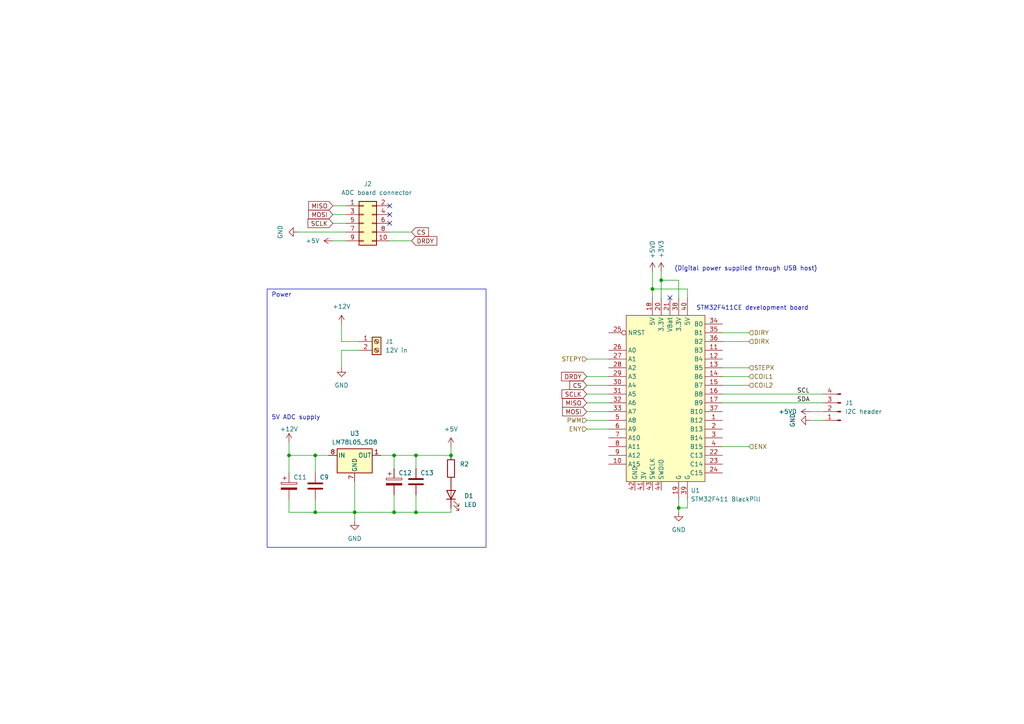
<source format=kicad_sch>
(kicad_sch (version 20230121) (generator eeschema)
  (paper "A4")
  (title_block (title "Digital "))
  (lib_symbols
    (symbol "Connector:Conn_01x04_Pin" (pin_names (offset 1.016) hide)
      (property "Reference" "J" (at 0 5.08 0))
      (property "Value" "Conn_01x04_Pin" (at 0 -7.62 0))
      (symbol "Conn_01x04_Pin_1_1"
        (polyline (pts (xy 1.27 -5.08) (xy 0.8636 -5.08)) (stroke (width 0.1524)))
        (polyline (pts (xy 1.27 -2.54) (xy 0.8636 -2.54)) (stroke (width 0.1524)))
        (polyline (pts (xy 1.27 0) (xy 0.8636 0)) (stroke (width 0.1524)))
        (polyline (pts (xy 1.27 2.54) (xy 0.8636 2.54)) (stroke (width 0.1524)))
        (rectangle (start 0.8636 -4.953) (end 0 -5.207) (stroke (width 0.1524)) (fill (type outline)))
        (rectangle (start 0.8636 -2.413) (end 0 -2.667) (stroke (width 0.1524)) (fill (type outline)))
        (rectangle (start 0.8636 0.127) (end 0 -0.127) (stroke (width 0.1524)) (fill (type outline)))
        (rectangle (start 0.8636 2.667) (end 0 2.413) (stroke (width 0.1524)) (fill (type outline)))
        (pin passive line (at 5.08 2.54 180) (length 3.81) (name "Pin_1") (number "1"))
        (pin passive line (at 5.08 0 180) (length 3.81) (name "Pin_2") (number "2"))
        (pin passive line (at 5.08 -2.54 180) (length 3.81) (name "Pin_3") (number "3"))
        (pin passive line (at 5.08 -5.08 180) (length 3.81) (name "Pin_4") (number "4"))
      )
    )
    (symbol "Connector:Screw_Terminal_01x02" (pin_names (offset 1.016) hide)
      (property "Reference" "J" (at 0 2.54 0))
      (property "Value" "Screw_Terminal_01x02" (at 0 -5.08 0))
      (symbol "Screw_Terminal_01x02_1_1"
        (rectangle (start -1.27 1.27) (end 1.27 -3.81) (stroke (width 0.254)) (fill (type background)))
        (circle (center 0 -2.54) (radius 0.635) (stroke (width 0.1524)))
        (polyline (pts (xy -0.5334 -2.2098) (xy 0.3302 -3.048)) (stroke (width 0.1524)))
        (polyline (pts (xy -0.5334 0.3302) (xy 0.3302 -0.508)) (stroke (width 0.1524)))
        (polyline (pts (xy -0.3556 -2.032) (xy 0.508 -2.8702)) (stroke (width 0.1524)))
        (polyline (pts (xy -0.3556 0.508) (xy 0.508 -0.3302)) (stroke (width 0.1524)))
        (circle (center 0 0) (radius 0.635) (stroke (width 0.1524)))
        (pin passive line (at -5.08 0 0) (length 3.81) (name "Pin_1") (number "1"))
        (pin passive line (at -5.08 -2.54 0) (length 3.81) (name "Pin_2") (number "2"))
      )
    )
    (symbol "Connector_Generic:Conn_02x05_Odd_Even" (pin_names (offset 1.016) hide)
      (property "Reference" "J" (at 1.27 7.62 0))
      (property "Value" "Conn_02x05_Odd_Even" (at 1.27 -7.62 0))
      (symbol "Conn_02x05_Odd_Even_1_1"
        (rectangle (start -1.27 -4.953) (end 0 -5.207) (stroke (width 0.1524)))
        (rectangle (start -1.27 -2.413) (end 0 -2.667) (stroke (width 0.1524)))
        (rectangle (start -1.27 0.127) (end 0 -0.127) (stroke (width 0.1524)))
        (rectangle (start -1.27 2.667) (end 0 2.413) (stroke (width 0.1524)))
        (rectangle (start -1.27 5.207) (end 0 4.953) (stroke (width 0.1524)))
        (rectangle (start -1.27 6.35) (end 3.81 -6.35) (stroke (width 0.254)) (fill (type background)))
        (rectangle (start 3.81 -4.953) (end 2.54 -5.207) (stroke (width 0.1524)))
        (rectangle (start 3.81 -2.413) (end 2.54 -2.667) (stroke (width 0.1524)))
        (rectangle (start 3.81 0.127) (end 2.54 -0.127) (stroke (width 0.1524)))
        (rectangle (start 3.81 2.667) (end 2.54 2.413) (stroke (width 0.1524)))
        (rectangle (start 3.81 5.207) (end 2.54 4.953) (stroke (width 0.1524)))
        (pin passive line (at -5.08 5.08 0) (length 3.81) (name "Pin_1") (number "1"))
        (pin passive line (at 7.62 -5.08 180) (length 3.81) (name "Pin_10") (number "10"))
        (pin passive line (at 7.62 5.08 180) (length 3.81) (name "Pin_2") (number "2"))
        (pin passive line (at -5.08 2.54 0) (length 3.81) (name "Pin_3") (number "3"))
        (pin passive line (at 7.62 2.54 180) (length 3.81) (name "Pin_4") (number "4"))
        (pin passive line (at -5.08 0 0) (length 3.81) (name "Pin_5") (number "5"))
        (pin passive line (at 7.62 0 180) (length 3.81) (name "Pin_6") (number "6"))
        (pin passive line (at -5.08 -2.54 0) (length 3.81) (name "Pin_7") (number "7"))
        (pin passive line (at 7.62 -2.54 180) (length 3.81) (name "Pin_8") (number "8"))
        (pin passive line (at -5.08 -5.08 0) (length 3.81) (name "Pin_9") (number "9"))
      )
    )
    (symbol "Device:C" (pin_numbers hide) (pin_names (offset 0.254))
      (property "Reference" "C" (at 0.635 2.54 0))
      (property "Value" "C" (at 0.635 -2.54 0))
      (symbol "C_0_1"
        (polyline (pts (xy -2.032 -0.762) (xy 2.032 -0.762)) (stroke (width 0.508)))
        (polyline (pts (xy -2.032 0.762) (xy 2.032 0.762)) (stroke (width 0.508)))
      )
      (symbol "C_1_1"
        (pin passive line (at 0 3.81 270) (length 2.794) (name "~") (number "1"))
        (pin passive line (at 0 -3.81 90) (length 2.794) (name "~") (number "2"))
      )
    )
    (symbol "Device:C_Polarized" (pin_numbers hide) (pin_names (offset 0.254))
      (property "Reference" "C" (at 0.635 2.54 0))
      (property "Value" "C_Polarized" (at 0.635 -2.54 0))
      (symbol "C_Polarized_0_1"
        (rectangle (start -2.286 0.508) (end 2.286 1.016))
        (polyline (pts (xy -1.778 2.286) (xy -0.762 2.286)))
        (polyline (pts (xy -1.27 2.794) (xy -1.27 1.778)))
        (rectangle (start 2.286 -0.508) (end -2.286 -1.016) (fill (type outline)))
      )
      (symbol "C_Polarized_1_1"
        (pin passive line (at 0 3.81 270) (length 2.794) (name "~") (number "1"))
        (pin passive line (at 0 -3.81 90) (length 2.794) (name "~") (number "2"))
      )
    )
    (symbol "Device:LED" (pin_numbers hide) (pin_names (offset 1.016) hide)
      (property "Reference" "D" (at 0 2.54 0))
      (property "Value" "LED" (at 0 -2.54 0))
      (symbol "LED_0_1"
        (polyline (pts (xy -1.27 -1.27) (xy -1.27 1.27)) (stroke (width 0.254)))
        (polyline (pts (xy -1.27 0) (xy 1.27 0)))
        (polyline (pts (xy 1.27 -1.27) (xy 1.27 1.27) (xy -1.27 0) (xy 1.27 -1.27)) (stroke (width 0.254)))
        (polyline (pts (xy -3.048 -0.762) (xy -4.572 -2.286) (xy -3.81 -2.286) (xy -4.572 -2.286) (xy -4.572 -1.524)))
        (polyline (pts (xy -1.778 -0.762) (xy -3.302 -2.286) (xy -2.54 -2.286) (xy -3.302 -2.286) (xy -3.302 -1.524)))
      )
      (symbol "LED_1_1"
        (pin passive line (at -3.81 0 0) (length 2.54) (name "K") (number "1"))
        (pin passive line (at 3.81 0 180) (length 2.54) (name "A") (number "2"))
      )
    )
    (symbol "Device:R" (pin_numbers hide) (pin_names (offset 0))
      (property "Reference" "R" (at 2.032 0 90))
      (property "Value" "R" (at 0 0 90))
      (symbol "R_0_1"
        (rectangle (start -1.016 -2.54) (end 1.016 2.54) (stroke (width 0.254)))
      )
      (symbol "R_1_1"
        (pin passive line (at 0 3.81 270) (length 1.27) (name "~") (number "1"))
        (pin passive line (at 0 -3.81 90) (length 1.27) (name "~") (number "2"))
      )
    )
    (symbol "Regulator_Linear:LM78L05_SO8" (pin_names (offset 0.254))
      (property "Reference" "U" (at -3.81 3.175 0))
      (property "Value" "LM78L05_SO8" (at 0 3.175 0))
      (symbol "LM78L05_SO8_0_1"
        (rectangle (start -5.08 1.905) (end 5.08 -5.08) (stroke (width 0.254)) (fill (type background)))
      )
      (symbol "LM78L05_SO8_1_1"
        (pin power_out line (at 7.62 0 180) (length 2.54) (name "OUT") (number "1"))
        (pin passive line (at 0 -7.62 90) (length 2.54) hide (name "GND") (number "2"))
        (pin passive line (at 0 -7.62 90) (length 2.54) hide (name "GND") (number "3"))
        (pin no_connect line (at -5.08 -2.54 0) (length 2.54) hide (name "NC") (number "4"))
        (pin no_connect line (at 5.08 -2.54 180) (length 2.54) hide (name "NC") (number "5"))
        (pin passive line (at 0 -7.62 90) (length 2.54) hide (name "GND") (number "6"))
        (pin power_in line (at 0 -7.62 90) (length 2.54) (name "GND") (number "7"))
        (pin power_in line (at -7.62 0 0) (length 2.54) (name "IN") (number "8"))
      )
    )
    (symbol "WeAct_Black_Pill_V2.0:STM32F411_Black_Pill"
      (property "Reference" "U" (at -10.16 25.4 0))
      (property "Value" "STM32F411 BlackPill" (at -3.81 13.97 0))
      (symbol "STM32F411_Black_Pill_1_1"
        (rectangle (start -11.43 24.13) (end 11.43 -24.13) (fill (type background)))
        (pin bidirectional line (at 16.51 -6.35 180) (length 5.08) (name "B12") (number "1"))
        (pin bidirectional line (at -16.51 -19.05 0) (length 5.08) (name "A15") (number "10"))
        (pin bidirectional line (at 16.51 13.97 180) (length 5.08) (name "B3") (number "11"))
        (pin bidirectional line (at 16.51 11.43 180) (length 5.08) (name "B4") (number "12"))
        (pin bidirectional line (at 16.51 8.89 180) (length 5.08) (name "B5") (number "13"))
        (pin bidirectional line (at 16.51 6.35 180) (length 5.08) (name "B6") (number "14"))
        (pin bidirectional line (at 16.51 3.81 180) (length 5.08) (name "B7") (number "15"))
        (pin bidirectional line (at 16.51 1.27 180) (length 5.08) (name "B8") (number "16"))
        (pin bidirectional line (at 16.51 -1.27 180) (length 5.08) (name "B9") (number "17"))
        (pin bidirectional line (at -3.81 29.21 270) (length 5.08) (name "5V") (number "18"))
        (pin bidirectional line (at 3.81 -29.21 90) (length 5.08) (name "G") (number "19"))
        (pin bidirectional line (at 16.51 -8.89 180) (length 5.08) (name "B13") (number "2"))
        (pin bidirectional line (at -1.27 29.21 270) (length 5.08) (name "3.3V") (number "20"))
        (pin bidirectional line (at 1.27 29.21 270) (length 5.08) (name "VBat") (number "21"))
        (pin bidirectional line (at 16.51 -16.51 180) (length 5.08) (name "C13") (number "22"))
        (pin bidirectional line (at 16.51 -19.05 180) (length 5.08) (name "C14") (number "23"))
        (pin bidirectional line (at 16.51 -21.59 180) (length 5.08) (name "C15") (number "24"))
        (pin bidirectional inverted (at -16.51 19.05 0) (length 5.08) (name "NRST") (number "25"))
        (pin bidirectional line (at -16.51 13.97 0) (length 5.08) (name "A0") (number "26"))
        (pin bidirectional line (at -16.51 11.43 0) (length 5.08) (name "A1") (number "27"))
        (pin bidirectional line (at -16.51 8.89 0) (length 5.08) (name "A2") (number "28"))
        (pin bidirectional line (at -16.51 6.35 0) (length 5.08) (name "A3") (number "29"))
        (pin bidirectional line (at 16.51 -11.43 180) (length 5.08) (name "B14") (number "3"))
        (pin bidirectional line (at -16.51 3.81 0) (length 5.08) (name "A4") (number "30"))
        (pin bidirectional line (at -16.51 1.27 0) (length 5.08) (name "A5") (number "31"))
        (pin bidirectional line (at -16.51 -1.27 0) (length 5.08) (name "A6") (number "32"))
        (pin bidirectional line (at -16.51 -3.81 0) (length 5.08) (name "A7") (number "33"))
        (pin bidirectional line (at 16.51 21.59 180) (length 5.08) (name "B0") (number "34"))
        (pin bidirectional line (at 16.51 19.05 180) (length 5.08) (name "B1") (number "35"))
        (pin bidirectional line (at 16.51 16.51 180) (length 5.08) (name "B2") (number "36"))
        (pin bidirectional line (at 16.51 -3.81 180) (length 5.08) (name "B10") (number "37"))
        (pin bidirectional line (at 3.81 29.21 270) (length 5.08) (name "3.3V") (number "38"))
        (pin bidirectional line (at 6.35 -29.21 90) (length 5.08) (name "G") (number "39"))
        (pin bidirectional line (at 16.51 -13.97 180) (length 5.08) (name "B15") (number "4"))
        (pin bidirectional line (at 6.35 29.21 270) (length 5.08) (name "5V") (number "40"))
        (pin input line (at -6.35 -26.67 90) (length 2.54) (name "3V") (number "41"))
        (pin input line (at -8.89 -26.67 90) (length 2.54) (name "GND") (number "42"))
        (pin input line (at -3.81 -26.67 90) (length 2.54) (name "SWCLK") (number "43"))
        (pin input line (at -1.27 -26.67 90) (length 2.54) (name "SWDIO") (number "44"))
        (pin bidirectional line (at -16.51 -6.35 0) (length 5.08) (name "A8") (number "5"))
        (pin bidirectional line (at -16.51 -8.89 0) (length 5.08) (name "A9") (number "6"))
        (pin bidirectional line (at -16.51 -11.43 0) (length 5.08) (name "A10") (number "7"))
        (pin bidirectional line (at -16.51 -13.97 0) (length 5.08) (name "A11") (number "8"))
        (pin bidirectional line (at -16.51 -16.51 0) (length 5.08) (name "A12") (number "9"))
      )
    )
    (symbol "power:+12V" (power) (pin_names (offset 0))
      (property "Value" "+12V" (at 0 3.556 0))
      (symbol "+12V_0_1"
        (polyline (pts (xy -0.762 1.27) (xy 0 2.54)))
        (polyline (pts (xy 0 0) (xy 0 2.54)))
        (polyline (pts (xy 0 2.54) (xy 0.762 1.27)))
      )
      (symbol "+12V_1_1"
        (pin power_in line (at 0 0 90) (length 0) hide (name "+12V") (number "1"))
      )
    )
    (symbol "power:+3V3" (power) (pin_names (offset 0))
      (property "Value" "+3V3" (at 0 3.556 0))
      (symbol "+3V3_0_1"
        (polyline (pts (xy -0.762 1.27) (xy 0 2.54)))
        (polyline (pts (xy 0 0) (xy 0 2.54)))
        (polyline (pts (xy 0 2.54) (xy 0.762 1.27)))
      )
      (symbol "+3V3_1_1"
        (pin power_in line (at 0 0 90) (length 0) hide (name "+3V3") (number "1"))
      )
    )
    (symbol "power:+5V" (power) (pin_names (offset 0))
      (property "Value" "+5V" (at 0 3.556 0))
      (symbol "+5V_0_1"
        (polyline (pts (xy -0.762 1.27) (xy 0 2.54)))
        (polyline (pts (xy 0 0) (xy 0 2.54)))
        (polyline (pts (xy 0 2.54) (xy 0.762 1.27)))
      )
      (symbol "+5V_1_1"
        (pin power_in line (at 0 0 90) (length 0) hide (name "+5V") (number "1"))
      )
    )
    (symbol "power:+5VD" (power) (pin_names (offset 0))
      (property "Value" "+5VD" (at 0 3.556 0))
      (symbol "+5VD_0_1"
        (polyline (pts (xy -0.762 1.27) (xy 0 2.54)))
        (polyline (pts (xy 0 0) (xy 0 2.54)))
        (polyline (pts (xy 0 2.54) (xy 0.762 1.27)))
      )
      (symbol "+5VD_1_1"
        (pin power_in line (at 0 0 90) (length 0) hide (name "+5VD") (number "1"))
      )
    )
    (symbol "power:GND" (power) (pin_names (offset 0))
      (property "Value" "GND" (at 0 -3.81 0))
      (symbol "GND_0_1"
        (polyline (pts (xy 0 0) (xy 0 -1.27) (xy 1.27 -1.27) (xy 0 -2.54) (xy -1.27 -1.27) (xy 0 -1.27)))
      )
      (symbol "GND_1_1"
        (pin power_in line (at 0 0 270) (length 0) hide (name "GND") (number "1"))
      )
    )
  )
  (junction (at 191.77 81.28))
  (junction (at 130.81 132.08))
  (junction (at 114.3 148.59))
  (junction (at 83.82 132.08))
  (junction (at 91.44 148.59))
  (junction (at 196.85 147.32))
  (junction (at 91.44 132.08))
  (junction (at 114.3 132.08))
  (junction (at 120.65 132.08))
  (junction (at 189.23 83.82))
  (junction (at 102.87 148.59))
  (junction (at 120.65 148.59))
  (no_connect (at 113.03 59.69))
  (no_connect (at 113.03 62.23))
  (no_connect (at 113.03 64.77))
  (no_connect (at 194.31 86.36))
  (wire (pts (xy 83.82 137.16) (xy 83.82 132.08)))
  (wire (pts (xy 170.18 109.22) (xy 176.53 109.22)))
  (wire (pts (xy 217.17 96.52) (xy 209.55 96.52)))
  (wire (pts (xy 102.87 139.7) (xy 102.87 148.59)))
  (wire (pts (xy 217.17 129.54) (xy 209.55 129.54)))
  (wire (pts (xy 196.85 86.36) (xy 196.85 81.28)))
  (wire (pts (xy 170.18 119.38) (xy 176.53 119.38)))
  (wire (pts (xy 91.44 148.59) (xy 102.87 148.59)))
  (wire (pts (xy 120.65 143.51) (xy 120.65 148.59)))
  (wire (pts (xy 217.17 99.06) (xy 209.55 99.06)))
  (wire (pts (xy 217.17 109.22) (xy 209.55 109.22)))
  (wire (pts (xy 170.18 104.14) (xy 176.53 104.14)))
  (wire (pts (xy 114.3 148.59) (xy 120.65 148.59)))
  (wire (pts (xy 91.44 132.08) (xy 91.44 137.16)))
  (wire (pts (xy 119.38 69.85) (xy 113.03 69.85)))
  (wire (pts (xy 99.06 99.06) (xy 99.06 93.98)))
  (wire (pts (xy 95.25 132.08) (xy 91.44 132.08)))
  (wire (pts (xy 96.52 59.69) (xy 100.33 59.69)))
  (wire (pts (xy 91.44 144.78) (xy 91.44 148.59)))
  (wire (pts (xy 114.3 148.59) (xy 102.87 148.59)))
  (wire (pts (xy 104.14 101.6) (xy 99.06 101.6)))
  (wire (pts (xy 189.23 86.36) (xy 189.23 83.82)))
  (wire (pts (xy 114.3 132.08) (xy 120.65 132.08)))
  (wire (pts (xy 209.55 116.84) (xy 238.76 116.84)))
  (wire (pts (xy 114.3 132.08) (xy 110.49 132.08)))
  (wire (pts (xy 189.23 83.82) (xy 199.39 83.82)))
  (wire (pts (xy 170.18 111.76) (xy 176.53 111.76)))
  (wire (pts (xy 196.85 81.28) (xy 191.77 81.28)))
  (wire (pts (xy 199.39 86.36) (xy 199.39 83.82)))
  (wire (pts (xy 217.17 111.76) (xy 209.55 111.76)))
  (wire (pts (xy 130.81 129.54) (xy 130.81 132.08)))
  (wire (pts (xy 196.85 148.59) (xy 196.85 147.32)))
  (wire (pts (xy 120.65 132.08) (xy 130.81 132.08)))
  (wire (pts (xy 189.23 83.82) (xy 189.23 78.74)))
  (wire (pts (xy 119.38 67.31) (xy 113.03 67.31)))
  (wire (pts (xy 83.82 144.78) (xy 83.82 148.59)))
  (wire (pts (xy 217.17 106.68) (xy 209.55 106.68)))
  (wire (pts (xy 238.76 121.92) (xy 234.95 121.92)))
  (wire (pts (xy 199.39 144.78) (xy 199.39 147.32)))
  (wire (pts (xy 170.18 121.92) (xy 176.53 121.92)))
  (wire (pts (xy 199.39 147.32) (xy 196.85 147.32)))
  (wire (pts (xy 120.65 135.89) (xy 120.65 132.08)))
  (wire (pts (xy 234.95 119.38) (xy 238.76 119.38)))
  (wire (pts (xy 191.77 78.74) (xy 191.77 81.28)))
  (wire (pts (xy 96.52 69.85) (xy 100.33 69.85)))
  (wire (pts (xy 170.18 114.3) (xy 176.53 114.3)))
  (wire (pts (xy 96.52 62.23) (xy 100.33 62.23)))
  (wire (pts (xy 83.82 148.59) (xy 91.44 148.59)))
  (wire (pts (xy 83.82 132.08) (xy 91.44 132.08)))
  (wire (pts (xy 130.81 147.32) (xy 130.81 148.59)))
  (wire (pts (xy 102.87 148.59) (xy 102.87 151.13)))
  (wire (pts (xy 114.3 135.89) (xy 114.3 132.08)))
  (wire (pts (xy 83.82 128.27) (xy 83.82 132.08)))
  (wire (pts (xy 104.14 99.06) (xy 99.06 99.06)))
  (wire (pts (xy 170.18 116.84) (xy 176.53 116.84)))
  (wire (pts (xy 99.06 101.6) (xy 99.06 106.68)))
  (wire (pts (xy 114.3 143.51) (xy 114.3 148.59)))
  (wire (pts (xy 96.52 64.77) (xy 100.33 64.77)))
  (wire (pts (xy 209.55 114.3) (xy 238.76 114.3)))
  (wire (pts (xy 196.85 147.32) (xy 196.85 144.78)))
  (wire (pts (xy 170.18 124.46) (xy 176.53 124.46)))
  (wire (pts (xy 191.77 81.28) (xy 191.77 86.36)))
  (wire (pts (xy 130.81 148.59) (xy 120.65 148.59)))
  (wire (pts (xy 86.36 67.31) (xy 100.33 67.31)))
  (rectangle (start 77.47 83.82) (end 140.97 158.75))
  (text "5V ADC supply " (at 78.74 121.92 0) (effects (font (size 1.27 1.27)) (justify left bottom)))
  (text "Power " (at 78.74 86.36 0) (effects (font (size 1.27 1.27)) (justify left bottom)))
  (text "STM32F411CE development board" (at 201.93 90.17 0) (effects (font (size 1.27 1.27)) (justify left bottom)))
  (text "(Digital power supplied through USB host)" (at 195.58 78.74 0) (effects (font (size 1.27 1.27)) (justify left bottom)))
  (label "SCL" (at 231.14 114.3 0))
  (label "SDA" (at 231.14 116.84 0))
  (global_label "MISO" (shape input) (at 170.18 116.84 180) (property "Intersheetrefs" "${INTERSHEET_REFS}" (effects hide)))
  (global_label "MOSI" (shape input) (at 170.18 119.38 180) (property "Intersheetrefs" "${INTERSHEET_REFS}" (effects hide)))
  (global_label "SCLK" (shape input) (at 170.18 114.3 180) (property "Intersheetrefs" "${INTERSHEET_REFS}" (effects hide)))
  (global_label "CS" (shape input) (at 119.38 67.31 0) (property "Intersheetrefs" "${INTERSHEET_REFS}" (effects hide)))
  (global_label "DRDY" (shape input) (at 170.18 109.22 180) (property "Intersheetrefs" "${INTERSHEET_REFS}" (effects hide)))
  (global_label "DRDY" (shape input) (at 119.38 69.85 0) (property "Intersheetrefs" "${INTERSHEET_REFS}" (effects hide)))
  (global_label "CS" (shape input) (at 170.18 111.76 180) (property "Intersheetrefs" "${INTERSHEET_REFS}" (effects hide)))
  (global_label "MISO" (shape input) (at 96.52 59.69 180) (property "Intersheetrefs" "${INTERSHEET_REFS}" (effects hide)))
  (global_label "SCLK" (shape input) (at 96.52 64.77 180) (property "Intersheetrefs" "${INTERSHEET_REFS}" (effects hide)))
  (global_label "MOSI" (shape input) (at 96.52 62.23 180) (property "Intersheetrefs" "${INTERSHEET_REFS}" (effects hide)))
  (hierarchical_label "DIRY" (shape input) (at 217.17 96.52 0))
  (hierarchical_label "STEPY" (shape input) (at 170.18 104.14 180))
  (hierarchical_label "DIRX" (shape input) (at 217.17 99.06 0))
  (hierarchical_label "COIL1" (shape input) (at 217.17 109.22 0))
  (hierarchical_label "STEPX" (shape input) (at 217.17 106.68 0))
  (hierarchical_label "COIL2" (shape input) (at 217.17 111.76 0))
  (hierarchical_label "PWM" (shape input) (at 170.18 121.92 180))
  (hierarchical_label "ENY" (shape input) (at 170.18 124.46 180))
  (hierarchical_label "ENX" (shape input) (at 217.17 129.54 0))
  (symbol (lib_id "power:+5VD") (at 189.23 78.74 0) (unit 1)
    (property "Reference" "#PWR07" (effects hide))
    (property "Value" "+5VD" (at 189.23 72.39 90))
  )
  (symbol (lib_id "Device:LED") (at 130.81 143.51 90) (unit 1)
    (property "Reference" "D1" (at 134.62 143.8275 90) (effects (justify right)))
    (property "Value" "LED" (at 134.62 146.3675 90) (effects (justify right)))
  )
  (symbol (lib_id "WeAct_Black_Pill_V2.0:STM32F411_Black_Pill") (at 193.04 115.57 0) (unit 1)
    (property "Reference" "U1" (at 200.3141 142.24 0) (effects (justify left)))
    (property "Value" "STM32F411 BlackPill" (at 200.3141 144.78 0) (effects (justify left)))
    (property "Footprint" "WeAct_Black_Pill_V2.0:STM32F411_Black_Pill" (effects hide))
    (property "Datasheet" "https://docs.zephyrproject.org/latest/boards/arm/blackpill_f411ce/doc/index.html" (effects hide))
  )
  (symbol (lib_id "power:+5V") (at 96.52 69.85 90) (unit 1)
    (property "Reference" "#PWR04" (effects hide))
    (property "Value" "+5V" (at 92.71 69.85 90) (effects (justify left)))
  )
  (symbol (lib_id "power:GND") (at 102.87 151.13 0) (unit 1)
    (property "Reference" "#PWR024" (effects hide))
    (property "Value" "GND" (at 102.87 156.21 0))
    (instances (project "controller" (path "" (reference "#PWR024") (unit 1)) (path "" (reference "#PWR027") (unit 1))))
  )
  (symbol (lib_id "Connector:Screw_Terminal_01x02") (at 109.22 99.06 0) (unit 1)
    (property "Reference" "J1" (at 111.76 99.06 0) (effects (justify left)))
    (property "Value" "12V in" (at 111.76 101.6 0) (effects (justify left)))
    (instances (project "controller" (path "" (reference "J1") (unit 1)) (path "" (reference "J7") (unit 1))))
  )
  (symbol (lib_id "power:GND") (at 234.95 121.92 270) (unit 1)
    (property "Reference" "#PWR024" (effects hide))
    (property "Value" "GND" (at 229.87 121.92 0))
    (instances (project "controller" (path "" (reference "#PWR024") (unit 1)) (path "" (reference "#PWR05") (unit 1))))
  )
  (symbol (lib_id "Connector_Generic:Conn_02x05_Odd_Even") (at 105.41 64.77 0) (unit 1)
    (property "Reference" "J2" (at 106.68 53.34 0))
    (property "Value" "ADC board connector" (at 109.22 55.88 0))
    (instances (project "controller" (path "" (reference "J2") (unit 1)) (path "" (reference "J8") (unit 1))))
  )
  (symbol (lib_id "power:+5VD") (at 234.95 119.38 90) (unit 1)
    (property "Reference" "#PWR08" (effects hide))
    (property "Value" "+5VD" (at 231.14 119.38 90) (effects (justify left)))
  )
  (symbol (lib_id "Device:R") (at 130.81 135.89 0) (unit 1)
    (property "Reference" "R2" (at 133.35 134.62 0) (effects (justify left)))
    (property "Value" "R" (effects hide))
  )
  (symbol (lib_id "power:GND") (at 86.36 67.31 270) (unit 1)
    (property "Reference" "#PWR02" (effects hide))
    (property "Value" "GND" (at 81.28 67.31 0))
    (instances (project "controller" (path "" (reference "#PWR02") (unit 1)) (path "" (reference "#PWR06") (unit 1))))
  )
  (symbol (lib_id "Device:C") (at 120.65 139.7 0) (unit 1)
    (property "Reference" "C13" (at 121.92 137.16 0) (effects (justify left)))
    (property "Value" "C" (effects hide))
    (instances (project "controller" (path "" (reference "C13") (unit 1)) (path "" (reference "C17") (unit 1))))
  )
  (symbol (lib_id "Device:C_Polarized") (at 83.82 140.97 0) (unit 1)
    (property "Reference" "C11" (at 85.09 138.43 0) (effects (justify left)))
    (property "Value" "C_Polarized" (effects hide))
    (instances (project "controller" (path "" (reference "C11") (unit 1)) (path "" (reference "C14") (unit 1))))
  )
  (symbol (lib_id "power:+5V") (at 130.81 129.54 0) (unit 1)
    (property "Reference" "#PWR02" (effects hide))
    (property "Value" "+5V" (at 130.81 124.46 0))
  )
  (symbol (lib_id "Device:C_Polarized") (at 114.3 139.7 0) (unit 1)
    (property "Reference" "C12" (at 115.57 137.16 0) (effects (justify left)))
    (property "Value" "C_Polarized" (effects hide))
    (instances (project "controller" (path "" (reference "C12") (unit 1)) (path "" (reference "C16") (unit 1))))
  )
  (symbol (lib_id "power:+12V") (at 99.06 93.98 0) (unit 1)
    (property "Reference" "#PWR01" (effects hide))
    (property "Value" "+12V" (at 99.06 88.9 0))
    (instances (project "controller" (path "" (reference "#PWR01") (unit 1)) (path "" (reference "#PWR025") (unit 1))))
  )
  (symbol (lib_id "Device:C") (at 91.44 140.97 0) (unit 1)
    (property "Reference" "C9" (at 92.71 138.43 0) (effects (justify left)))
    (property "Value" "C" (effects hide))
    (instances (project "controller" (path "" (reference "C9") (unit 1)) (path "" (reference "C15") (unit 1))))
  )
  (symbol (lib_id "Regulator_Linear:LM78L05_SO8") (at 102.87 132.08 0) (unit 1)
    (property "Reference" "U3" (at 102.87 125.73 0))
    (property "Value" "LM78L05_SO8" (at 102.87 128.27 0))
    (property "Footprint" "Package_SO:SOIC-8_3.9x4.9mm_P1.27mm" (effects hide))
    (property "Datasheet" "https://www.onsemi.com/pub/Collateral/MC78L06A-D.pdf" (effects hide))
    (instances (project "controller" (path "" (reference "U3") (unit 1)) (path "" (reference "U5") (unit 1))))
  )
  (symbol (lib_id "power:+12V") (at 83.82 128.27 0) (unit 1)
    (property "Reference" "#PWR01" (effects hide))
    (property "Value" "+12V" (at 83.82 124.46 0))
  )
  (symbol (lib_id "power:+3V3") (at 191.77 78.74 0) (unit 1)
    (property "Reference" "#PWR03" (effects hide))
    (property "Value" "+3V3" (at 191.77 74.93 90) (effects (justify left)))
    (instances (project "controller" (path "" (reference "#PWR03") (unit 1)) (path "" (reference "#PWR028") (unit 1))))
  )
  (symbol (lib_id "power:GND") (at 196.85 148.59 0) (unit 1)
    (property "Reference" "#PWR024" (effects hide))
    (property "Value" "GND" (at 196.85 153.67 0))
    (instances (project "controller" (path "" (reference "#PWR024") (unit 1)) (path "" (reference "#PWR03") (unit 1))))
  )
  (symbol (lib_id "Connector:Conn_01x04_Pin") (at 243.84 119.38 180) (unit 1)
    (property "Reference" "J1" (at 245.11 116.84 0) (effects (justify right)))
    (property "Value" "I2C header" (at 245.11 119.38 0) (effects (justify right)))
  )
  (symbol (lib_id "power:GND") (at 99.06 106.68 0) (unit 1)
    (property "Reference" "#PWR02" (effects hide))
    (property "Value" "GND" (at 99.06 111.76 0))
    (instances (project "controller" (path "" (reference "#PWR02") (unit 1)) (path "" (reference "#PWR026") (unit 1))))
  )
)
</source>
